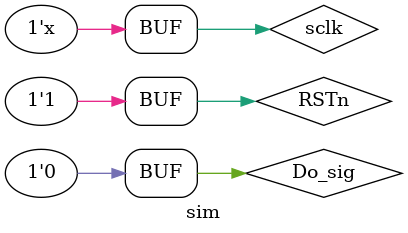
<source format=v>
`timescale 1ns / 1ps


module sim(  );

    reg sclk;
    reg RSTn;
    reg Do_sig;
    wire TX_Pin_Out;


    initial begin
        sclk = 1;
        RSTn <= 0;
        #100
        RSTn <= 1;
        #100
        Do_sig <= 1;
        #20
        Do_sig <= 0;

    end

    always #10 sclk = ~sclk;

    uartsent uartsent_inst
(
    .sclk(sclk),                //PLL CLK 200M(use low clk is OK,but need change bps)
    .RSTn(RSTn),               //SYS Reset             (active Low)
    .Do_sig(Do_sig),             //Start send signal     (active High)
    //Input two signal's time delay count register
    .TX_Pin_Out(TX_Pin_Out)          //Uart TX pin,connect to MCU
);
endmodule

</source>
